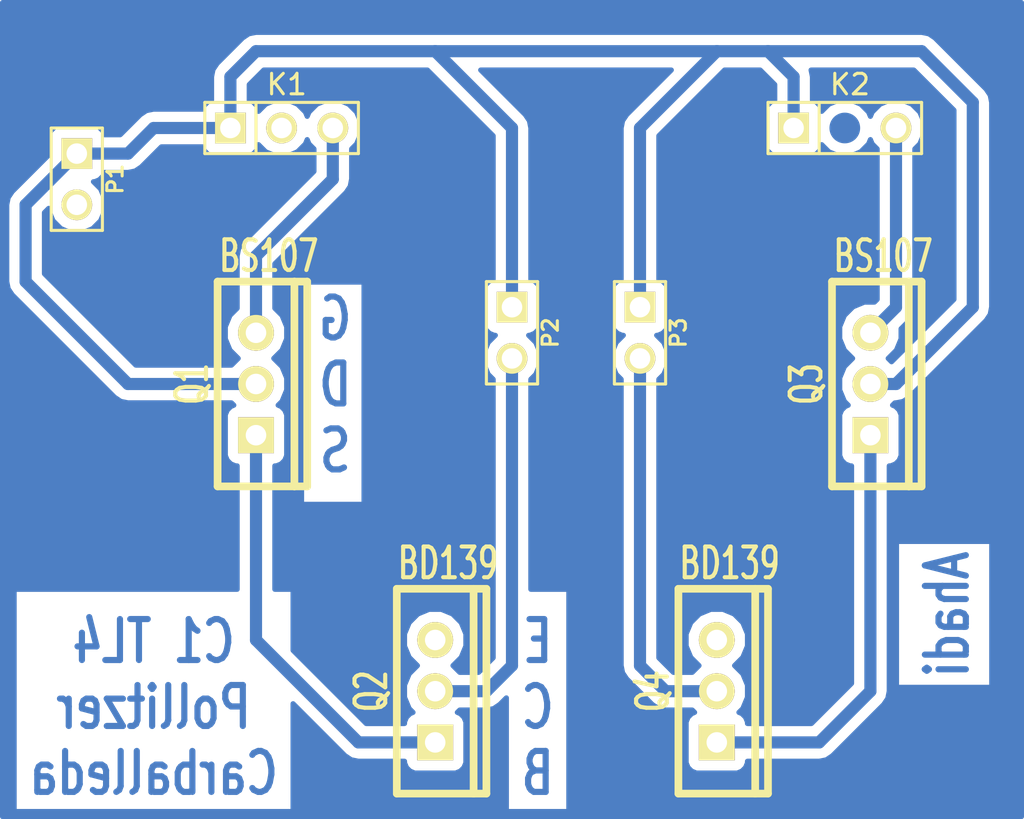
<source format=kicad_pcb>
(kicad_pcb (version 20160815) (host pcbnew "(2016-11-02 revision 941eeee)-master")

  (general
    (links 15)
    (no_connects 10)
    (area 166.37 41.91 217.170001 82.550001)
    (thickness 1.6002)
    (drawings 4)
    (tracks 41)
    (zones 0)
    (modules 9)
    (nets 10)
  )

  (page A4)
  (title_block
    (date "21 jul 2014")
  )

  (layers
    (0 Front signal)
    (31 Back signal)
    (32 B.Adhes user)
    (33 F.Adhes user)
    (34 B.Paste user)
    (35 F.Paste user)
    (36 B.SilkS user)
    (37 F.SilkS user)
    (38 B.Mask user)
    (39 F.Mask user)
    (40 Dwgs.User user)
    (41 Cmts.User user)
    (42 Eco1.User user)
    (43 Eco2.User user)
    (44 Edge.Cuts user)
  )

  (setup
    (last_trace_width 0.60198)
    (trace_clearance 0.254)
    (zone_clearance 0.508)
    (zone_45_only no)
    (trace_min 0.2032)
    (segment_width 0.381)
    (edge_width 0.381)
    (via_size 0.889)
    (via_drill 0.635)
    (via_min_size 0.889)
    (via_min_drill 0.508)
    (uvia_size 0.508)
    (uvia_drill 0.127)
    (uvias_allowed no)
    (uvia_min_size 0.508)
    (uvia_min_drill 0.127)
    (pcb_text_width 0.3048)
    (pcb_text_size 1.524 2.032)
    (mod_edge_width 0.381)
    (mod_text_size 1.524 1.524)
    (mod_text_width 0.3048)
    (pad_size 1.524 1.524)
    (pad_drill 0)
    (pad_to_mask_clearance 0.254)
    (aux_axis_origin 0 0)
    (visible_elements FFFFFF7F)
    (pcbplotparams
      (layerselection 0x00030_ffffffff)
      (usegerberextensions true)
      (excludeedgelayer false)
      (linewidth 0.150000)
      (plotframeref false)
      (viasonmask false)
      (mode 1)
      (useauxorigin false)
      (hpglpennumber 1)
      (hpglpenspeed 20)
      (hpglpendiameter 15)
      (psnegative false)
      (psa4output false)
      (plotreference false)
      (plotvalue false)
      (plotinvisibletext false)
      (padsonsilk false)
      (subtractmaskfromsilk false)
      (outputformat 2)
      (mirror false)
      (drillshape 1)
      (scaleselection 1)
      (outputdirectory ""))
  )

  (net 0 "")
  (net 1 N-000001)
  (net 2 N-000002)
  (net 3 N-000003)
  (net 4 N-000004)
  (net 5 N-000005)
  (net 6 N-000006)
  (net 7 N-000007)
  (net 8 N-000008)
  (net 9 N-000009)

  (net_class Default "This is the default net class."
    (clearance 0.254)
    (trace_width 0.60198)
    (via_dia 0.889)
    (via_drill 0.635)
    (uvia_dia 0.508)
    (uvia_drill 0.127)
    (diff_pair_gap 0.25)
    (diff_pair_width 0.2)
    (add_net N-000001)
    (add_net N-000002)
    (add_net N-000003)
    (add_net N-000004)
    (add_net N-000005)
    (add_net N-000006)
    (add_net N-000007)
    (add_net N-000008)
    (add_net N-000009)
  )

  (module TO220_VERT (layer Front) (tedit 43A66C96) (tstamp 53CD77CB)
    (at 179.07 60.96)
    (descr "Regulateur TO220 serie LM78xx")
    (tags "TR TO220")
    (path /53CD706D)
    (fp_text reference Q1 (at -3.175 0 90) (layer F.SilkS)
      (effects (font (size 1.524 1.016) (thickness 0.2032)))
    )
    (fp_text value BS107 (at 0.635 -6.35) (layer F.SilkS)
      (effects (font (size 1.524 1.016) (thickness 0.2032)))
    )
    (fp_line (start 1.905 -5.08) (end 2.54 -5.08) (layer F.SilkS) (width 0.381))
    (fp_line (start 2.54 -5.08) (end 2.54 5.08) (layer F.SilkS) (width 0.381))
    (fp_line (start 2.54 5.08) (end 1.905 5.08) (layer F.SilkS) (width 0.381))
    (fp_line (start -1.905 -5.08) (end 1.905 -5.08) (layer F.SilkS) (width 0.381))
    (fp_line (start 1.905 -5.08) (end 1.905 5.08) (layer F.SilkS) (width 0.381))
    (fp_line (start 1.905 5.08) (end -1.905 5.08) (layer F.SilkS) (width 0.381))
    (fp_line (start -1.905 5.08) (end -1.905 -5.08) (layer F.SilkS) (width 0.381))
    (pad 2 thru_hole circle (at 0 -2.54) (size 1.778 1.778) (drill 1.016) (layers *.Cu *.Mask F.SilkS)
      (net 8 N-000008))
    (pad 3 thru_hole circle (at 0 0) (size 1.778 1.778) (drill 1.016) (layers *.Cu *.Mask F.SilkS)
      (net 9 N-000009))
    (pad 1 thru_hole rect (at 0 2.54) (size 1.778 1.778) (drill 1.016) (layers *.Cu *.Mask F.SilkS)
      (net 5 N-000005))
  )

  (module TO220_VERT (layer Front) (tedit 43A66C96) (tstamp 53CD77CD)
    (at 187.96 76.2)
    (descr "Regulateur TO220 serie LM78xx")
    (tags "TR TO220")
    (path /53CD7165)
    (fp_text reference Q2 (at -3.175 0 90) (layer F.SilkS)
      (effects (font (size 1.524 1.016) (thickness 0.2032)))
    )
    (fp_text value BD139 (at 0.635 -6.35) (layer F.SilkS)
      (effects (font (size 1.524 1.016) (thickness 0.2032)))
    )
    (fp_line (start 1.905 -5.08) (end 2.54 -5.08) (layer F.SilkS) (width 0.381))
    (fp_line (start 2.54 -5.08) (end 2.54 5.08) (layer F.SilkS) (width 0.381))
    (fp_line (start 2.54 5.08) (end 1.905 5.08) (layer F.SilkS) (width 0.381))
    (fp_line (start -1.905 -5.08) (end 1.905 -5.08) (layer F.SilkS) (width 0.381))
    (fp_line (start 1.905 -5.08) (end 1.905 5.08) (layer F.SilkS) (width 0.381))
    (fp_line (start 1.905 5.08) (end -1.905 5.08) (layer F.SilkS) (width 0.381))
    (fp_line (start -1.905 5.08) (end -1.905 -5.08) (layer F.SilkS) (width 0.381))
    (pad 2 thru_hole circle (at 0 -2.54) (size 1.778 1.778) (drill 1.016) (layers *.Cu *.Mask F.SilkS)
      (net 7 N-000007))
    (pad 3 thru_hole circle (at 0 0) (size 1.778 1.778) (drill 1.016) (layers *.Cu *.Mask F.SilkS)
      (net 9 N-000009))
    (pad 1 thru_hole rect (at 0 2.54) (size 1.778 1.778) (drill 1.016) (layers *.Cu *.Mask F.SilkS)
      (net 6 N-000006))
  )

  (module TO220_VERT (layer Front) (tedit 43A66C96) (tstamp 53CD77CF)
    (at 209.55 60.96)
    (descr "Regulateur TO220 serie LM78xx")
    (tags "TR TO220")
    (path /53CD7330)
    (fp_text reference Q3 (at -3.175 0 90) (layer F.SilkS)
      (effects (font (size 1.524 1.016) (thickness 0.2032)))
    )
    (fp_text value BS107 (at 0.635 -6.35) (layer F.SilkS)
      (effects (font (size 1.524 1.016) (thickness 0.2032)))
    )
    (fp_line (start 1.905 -5.08) (end 2.54 -5.08) (layer F.SilkS) (width 0.381))
    (fp_line (start 2.54 -5.08) (end 2.54 5.08) (layer F.SilkS) (width 0.381))
    (fp_line (start 2.54 5.08) (end 1.905 5.08) (layer F.SilkS) (width 0.381))
    (fp_line (start -1.905 -5.08) (end 1.905 -5.08) (layer F.SilkS) (width 0.381))
    (fp_line (start 1.905 -5.08) (end 1.905 5.08) (layer F.SilkS) (width 0.381))
    (fp_line (start 1.905 5.08) (end -1.905 5.08) (layer F.SilkS) (width 0.381))
    (fp_line (start -1.905 5.08) (end -1.905 -5.08) (layer F.SilkS) (width 0.381))
    (pad 2 thru_hole circle (at 0 -2.54) (size 1.778 1.778) (drill 1.016) (layers *.Cu *.Mask F.SilkS)
      (net 2 N-000002))
    (pad 3 thru_hole circle (at 0 0) (size 1.778 1.778) (drill 1.016) (layers *.Cu *.Mask F.SilkS)
      (net 4 N-000004))
    (pad 1 thru_hole rect (at 0 2.54) (size 1.778 1.778) (drill 1.016) (layers *.Cu *.Mask F.SilkS)
      (net 5 N-000005))
  )

  (module TO220_VERT (layer Front) (tedit 43A66C96) (tstamp 53CD77D1)
    (at 201.93 76.2)
    (descr "Regulateur TO220 serie LM78xx")
    (tags "TR TO220")
    (path /53CD733A)
    (fp_text reference Q4 (at -3.175 0 90) (layer F.SilkS)
      (effects (font (size 1.524 1.016) (thickness 0.2032)))
    )
    (fp_text value BD139 (at 0.635 -6.35) (layer F.SilkS)
      (effects (font (size 1.524 1.016) (thickness 0.2032)))
    )
    (fp_line (start 1.905 -5.08) (end 2.54 -5.08) (layer F.SilkS) (width 0.381))
    (fp_line (start 2.54 -5.08) (end 2.54 5.08) (layer F.SilkS) (width 0.381))
    (fp_line (start 2.54 5.08) (end 1.905 5.08) (layer F.SilkS) (width 0.381))
    (fp_line (start -1.905 -5.08) (end 1.905 -5.08) (layer F.SilkS) (width 0.381))
    (fp_line (start 1.905 -5.08) (end 1.905 5.08) (layer F.SilkS) (width 0.381))
    (fp_line (start 1.905 5.08) (end -1.905 5.08) (layer F.SilkS) (width 0.381))
    (fp_line (start -1.905 5.08) (end -1.905 -5.08) (layer F.SilkS) (width 0.381))
    (pad 2 thru_hole circle (at 0 -2.54) (size 1.778 1.778) (drill 1.016) (layers *.Cu *.Mask F.SilkS)
      (net 1 N-000001))
    (pad 3 thru_hole circle (at 0 0) (size 1.778 1.778) (drill 1.016) (layers *.Cu *.Mask F.SilkS)
      (net 4 N-000004))
    (pad 1 thru_hole rect (at 0 2.54) (size 1.778 1.778) (drill 1.016) (layers *.Cu *.Mask F.SilkS)
      (net 3 N-000003))
  )

  (module PIN_ARRAY_3X1 (layer Front) (tedit 4C1130E0) (tstamp 53CD77D2)
    (at 180.34 48.26)
    (descr "Connecteur 3 pins")
    (tags "CONN DEV")
    (path /53CD721D)
    (fp_text reference K1 (at 0.254 -2.159) (layer F.SilkS)
      (effects (font (size 1.016 1.016) (thickness 0.1524)))
    )
    (fp_text value CONN_3 (at 0 -2.159) (layer F.SilkS) hide
      (effects (font (size 1.016 1.016) (thickness 0.1524)))
    )
    (fp_line (start -3.81 1.27) (end -3.81 -1.27) (layer F.SilkS) (width 0.1524))
    (fp_line (start -3.81 -1.27) (end 3.81 -1.27) (layer F.SilkS) (width 0.1524))
    (fp_line (start 3.81 -1.27) (end 3.81 1.27) (layer F.SilkS) (width 0.1524))
    (fp_line (start 3.81 1.27) (end -3.81 1.27) (layer F.SilkS) (width 0.1524))
    (fp_line (start -1.27 -1.27) (end -1.27 1.27) (layer F.SilkS) (width 0.1524))
    (pad 1 thru_hole rect (at -2.54 0) (size 1.524 1.524) (drill 1.016) (layers *.Cu *.Mask F.SilkS)
      (net 5 N-000005))
    (pad 2 thru_hole circle (at 0 0) (size 1.524 1.524) (drill 1.016) (layers *.Cu *.Mask F.SilkS)
      (net 6 N-000006))
    (pad 3 thru_hole circle (at 2.54 0) (size 1.524 1.524) (drill 1.016) (layers *.Cu *.Mask F.SilkS)
      (net 8 N-000008))
    (model pin_array/pins_array_3x1.wrl
      (at (xyz 0 0 0))
      (scale (xyz 1 1 1))
      (rotate (xyz 0 0 0))
    )
  )

  (module PIN_ARRAY_3X1 (layer Front) (tedit 53CD8608) (tstamp 53CD77D4)
    (at 208.28 48.26)
    (descr "Connecteur 3 pins")
    (tags "CONN DEV")
    (path /53CD7340)
    (fp_text reference K2 (at 0.254 -2.159) (layer F.SilkS)
      (effects (font (size 1.016 1.016) (thickness 0.1524)))
    )
    (fp_text value CONN_3 (at 0 -2.159) (layer F.SilkS) hide
      (effects (font (size 1.016 1.016) (thickness 0.1524)))
    )
    (fp_line (start -3.81 1.27) (end -3.81 -1.27) (layer F.SilkS) (width 0.1524))
    (fp_line (start -3.81 -1.27) (end 3.81 -1.27) (layer F.SilkS) (width 0.1524))
    (fp_line (start 3.81 -1.27) (end 3.81 1.27) (layer F.SilkS) (width 0.1524))
    (fp_line (start 3.81 1.27) (end -3.81 1.27) (layer F.SilkS) (width 0.1524))
    (fp_line (start -1.27 -1.27) (end -1.27 1.27) (layer F.SilkS) (width 0.1524))
    (pad 1 thru_hole rect (at -2.54 0) (size 1.524 1.524) (drill 1.016) (layers *.Cu *.Mask F.SilkS)
      (net 5 N-000005))
    (pad 2 connect circle (at 0 0) (size 1.524 1.524) (layers Back)
      (net 3 N-000003))
    (pad 3 thru_hole circle (at 2.54 0) (size 1.524 1.524) (drill 1.016) (layers *.Cu *.Mask F.SilkS)
      (net 2 N-000002))
    (model pin_array/pins_array_3x1.wrl
      (at (xyz 0 0 0))
      (scale (xyz 1 1 1))
      (rotate (xyz 0 0 0))
    )
  )

  (module PIN_ARRAY_2X1 (layer Front) (tedit 4565C520) (tstamp 53CD77D5)
    (at 170.18 50.8 270)
    (descr "Connecteurs 2 pins")
    (tags "CONN DEV")
    (path /53CD7191)
    (fp_text reference P1 (at 0 -1.905 270) (layer F.SilkS)
      (effects (font (size 0.762 0.762) (thickness 0.1524)))
    )
    (fp_text value CONN_2 (at 0 -1.905 270) (layer F.SilkS) hide
      (effects (font (size 0.762 0.762) (thickness 0.1524)))
    )
    (fp_line (start -2.54 1.27) (end -2.54 -1.27) (layer F.SilkS) (width 0.1524))
    (fp_line (start -2.54 -1.27) (end 2.54 -1.27) (layer F.SilkS) (width 0.1524))
    (fp_line (start 2.54 -1.27) (end 2.54 1.27) (layer F.SilkS) (width 0.1524))
    (fp_line (start 2.54 1.27) (end -2.54 1.27) (layer F.SilkS) (width 0.1524))
    (pad 1 thru_hole rect (at -1.27 0 270) (size 1.524 1.524) (drill 1.016) (layers *.Cu *.Mask F.SilkS)
      (net 5 N-000005))
    (pad 2 thru_hole circle (at 1.27 0 270) (size 1.524 1.524) (drill 1.016) (layers *.Cu *.Mask F.SilkS)
      (net 6 N-000006))
    (model pin_array/pins_array_2x1.wrl
      (at (xyz 0 0 0))
      (scale (xyz 1 1 1))
      (rotate (xyz 0 0 0))
    )
  )

  (module PIN_ARRAY_2X1 (layer Front) (tedit 4565C520) (tstamp 53CD78BC)
    (at 191.77 58.42 270)
    (descr "Connecteurs 2 pins")
    (tags "CONN DEV")
    (path /53CD71A4)
    (fp_text reference P2 (at 0 -1.905 270) (layer F.SilkS)
      (effects (font (size 0.762 0.762) (thickness 0.1524)))
    )
    (fp_text value CONN_2 (at 0 -1.905 270) (layer F.SilkS) hide
      (effects (font (size 0.762 0.762) (thickness 0.1524)))
    )
    (fp_line (start -2.54 1.27) (end -2.54 -1.27) (layer F.SilkS) (width 0.1524))
    (fp_line (start -2.54 -1.27) (end 2.54 -1.27) (layer F.SilkS) (width 0.1524))
    (fp_line (start 2.54 -1.27) (end 2.54 1.27) (layer F.SilkS) (width 0.1524))
    (fp_line (start 2.54 1.27) (end -2.54 1.27) (layer F.SilkS) (width 0.1524))
    (pad 1 thru_hole rect (at -1.27 0 270) (size 1.524 1.524) (drill 1.016) (layers *.Cu *.Mask F.SilkS)
      (net 5 N-000005))
    (pad 2 thru_hole circle (at 1.27 0 270) (size 1.524 1.524) (drill 1.016) (layers *.Cu *.Mask F.SilkS)
      (net 7 N-000007))
    (model pin_array/pins_array_2x1.wrl
      (at (xyz 0 0 0))
      (scale (xyz 1 1 1))
      (rotate (xyz 0 0 0))
    )
  )

  (module PIN_ARRAY_2X1 (layer Front) (tedit 4565C520) (tstamp 53CD77D9)
    (at 198.12 58.42 270)
    (descr "Connecteurs 2 pins")
    (tags "CONN DEV")
    (path /53CD7336)
    (fp_text reference P3 (at 0 -1.905 270) (layer F.SilkS)
      (effects (font (size 0.762 0.762) (thickness 0.1524)))
    )
    (fp_text value CONN_2 (at 0 -1.905 270) (layer F.SilkS) hide
      (effects (font (size 0.762 0.762) (thickness 0.1524)))
    )
    (fp_line (start -2.54 1.27) (end -2.54 -1.27) (layer F.SilkS) (width 0.1524))
    (fp_line (start -2.54 -1.27) (end 2.54 -1.27) (layer F.SilkS) (width 0.1524))
    (fp_line (start 2.54 -1.27) (end 2.54 1.27) (layer F.SilkS) (width 0.1524))
    (fp_line (start 2.54 1.27) (end -2.54 1.27) (layer F.SilkS) (width 0.1524))
    (pad 1 thru_hole rect (at -1.27 0 270) (size 1.524 1.524) (drill 1.016) (layers *.Cu *.Mask F.SilkS)
      (net 5 N-000005))
    (pad 2 thru_hole circle (at 1.27 0 270) (size 1.524 1.524) (drill 1.016) (layers *.Cu *.Mask F.SilkS)
      (net 1 N-000001))
    (model pin_array/pins_array_2x1.wrl
      (at (xyz 0 0 0))
      (scale (xyz 1 1 1))
      (rotate (xyz 0 0 0))
    )
  )

  (gr_text Ahadi (at 213.36 72.39 90) (layer Back)
    (effects (font (size 2.032 1.524) (thickness 0.3048)) (justify mirror))
  )
  (gr_text "C1 TL4\nPollitzer\nCarballeda" (at 173.99 77) (layer Back)
    (effects (font (size 2.032 1.524) (thickness 0.3048)) (justify mirror))
  )
  (gr_text "E\nC\nB" (at 193.04 77) (layer Back)
    (effects (font (size 2.032 1.524) (thickness 0.3048)) (justify mirror))
  )
  (gr_text "G\nD\nS" (at 183 61) (layer Back)
    (effects (font (size 2.032 1.524) (thickness 0.3048)) (justify mirror))
  )

  (segment (start 198.12 59.69) (end 198.12 74.93) (width 0.60198) (layer Back) (net 1))
  (segment (start 198.12 74.93) (end 199.39 76.2) (width 0.60198) (layer Back) (net 1))
  (segment (start 210.82 48.26) (end 210.82 57.15) (width 0.60198) (layer Back) (net 2))
  (segment (start 210.82 57.15) (end 209.55 58.42) (width 0.60198) (layer Back) (net 2))
  (segment (start 207.01 78.74) (end 209.55 76.2) (width 0.60198) (layer Back) (net 3))
  (segment (start 201.93 78.74) (end 207.01 78.74) (width 0.60198) (layer Back) (net 3))
  (segment (start 214.63 57.15) (end 210.82 60.96) (width 0.60198) (layer Back) (net 4))
  (segment (start 210.82 60.96) (end 209.55 60.96) (width 0.60198) (layer Back) (net 4))
  (segment (start 212.09 44.45) (end 214.63 46.99) (width 0.60198) (layer Back) (net 4))
  (segment (start 214.63 46.99) (end 214.63 57.15) (width 0.60198) (layer Back) (net 4))
  (segment (start 199.39 76.2) (end 201.93 76.2) (width 0.60198) (layer Back) (net 4))
  (segment (start 204.47 44.45) (end 212.09 44.45) (width 0.60198) (layer Back) (net 4))
  (segment (start 204.47 44.45) (end 205.74 45.72) (width 0.60198) (layer Back) (net 4))
  (segment (start 170.18 49.53) (end 172.72 49.53) (width 0.60198) (layer Back) (net 5))
  (segment (start 173.99 48.26) (end 177.8 48.26) (width 0.60198) (layer Back) (net 5))
  (segment (start 172.72 49.53) (end 173.99 48.26) (width 0.60198) (layer Back) (net 5))
  (segment (start 167.64 52.07) (end 170.18 49.53) (width 0.60198) (layer Back) (net 5))
  (segment (start 191.77 48.26) (end 187.96 44.45) (width 0.60198) (layer Back) (net 5))
  (segment (start 191.77 57.15) (end 191.77 48.26) (width 0.60198) (layer Back) (net 5))
  (segment (start 198.12 48.26) (end 201.93 44.45) (width 0.60198) (layer Back) (net 5))
  (segment (start 198.12 57.15) (end 198.12 48.26) (width 0.60198) (layer Back) (net 5))
  (segment (start 177.8 45.72) (end 179.07 44.45) (width 0.60198) (layer Back) (net 5))
  (segment (start 179.07 73.66) (end 184.15 78.74) (width 0.60198) (layer Back) (net 5))
  (segment (start 179.07 63.5) (end 179.07 73.66) (width 0.60198) (layer Back) (net 5))
  (segment (start 209.55 76.2) (end 209.55 63.5) (width 0.60198) (layer Back) (net 5))
  (segment (start 205.74 45.72) (end 205.74 48.26) (width 0.60198) (layer Back) (net 5))
  (segment (start 201.93 44.45) (end 204.47 44.45) (width 0.60198) (layer Back) (net 5))
  (segment (start 187.96 44.45) (end 201.93 44.45) (width 0.60198) (layer Back) (net 5))
  (segment (start 179.07 44.45) (end 187.96 44.45) (width 0.60198) (layer Back) (net 5))
  (segment (start 167.64 55.88) (end 167.64 52.07) (width 0.60198) (layer Back) (net 5))
  (segment (start 177.8 48.26) (end 177.8 45.72) (width 0.60198) (layer Back) (net 5))
  (segment (start 172.72 60.96) (end 167.64 55.88) (width 0.60198) (layer Back) (net 5))
  (segment (start 184.15 78.74) (end 187.96 78.74) (width 0.60198) (layer Back) (net 6))
  (segment (start 191.77 74.93) (end 190.5 76.2) (width 0.60198) (layer Back) (net 7))
  (segment (start 191.77 59.69) (end 191.77 74.93) (width 0.60198) (layer Back) (net 7))
  (segment (start 182.88 48.26) (end 182.88 49.53) (width 0.60198) (layer Back) (net 8))
  (segment (start 179.07 54.61) (end 179.07 58.42) (width 0.60198) (layer Back) (net 8))
  (segment (start 182.88 50.8) (end 179.07 54.61) (width 0.60198) (layer Back) (net 8))
  (segment (start 182.88 49.53) (end 182.88 50.8) (width 0.60198) (layer Back) (net 8))
  (segment (start 179.07 60.96) (end 172.72 60.96) (width 0.60198) (layer Back) (net 9))
  (segment (start 190.5 76.2) (end 187.96 76.2) (width 0.60198) (layer Back) (net 9))

  (zone (net 0) (net_name "") (layer Back) (tstamp 53CD82D7) (hatch edge 0.508)
    (connect_pads (clearance 0.508))
    (min_thickness 0.254)
    (fill (arc_segments 16) (thermal_gap 0.508) (thermal_bridge_width 0.508))
    (polygon
      (pts
        (xy 217.17 82.55) (xy 217.17 41.91) (xy 166.37 41.91) (xy 166.37 82.55)
      )
    )
    (filled_polygon
      (pts
        (xy 181.94528 50.41392) (xy 178.4096 53.9496) (xy 178.2064 54.25186) (xy 178.13528 54.61) (xy 178.13528 57.20334)
        (xy 177.77968 57.55894) (xy 177.54854 58.11774) (xy 177.54854 58.72226) (xy 177.77968 59.28106) (xy 178.18862 59.69)
        (xy 177.85334 60.02528) (xy 173.10608 60.02528) (xy 168.57472 55.49138) (xy 168.57472 52.45608) (xy 168.78554 52.24526)
        (xy 168.78554 52.34686) (xy 168.9989 52.85994) (xy 169.39006 53.2511) (xy 169.90314 53.46446) (xy 170.45686 53.46446)
        (xy 170.96994 53.2511) (xy 171.3611 52.85994) (xy 171.57446 52.34686) (xy 171.57446 51.79314) (xy 171.3611 51.28006)
        (xy 171.0055 50.92446) (xy 171.06646 50.92446) (xy 171.30014 50.82794) (xy 171.47794 50.65014) (xy 171.55414 50.46472)
        (xy 172.72 50.46472) (xy 173.07814 50.3936) (xy 173.3804 50.1904) (xy 174.37608 49.19472) (xy 176.42332 49.19472)
        (xy 176.50206 49.38014) (xy 176.67986 49.55794) (xy 176.911 49.65446) (xy 177.16246 49.65446) (xy 178.68646 49.65446)
        (xy 178.92014 49.55794) (xy 179.09794 49.38014) (xy 179.19446 49.149) (xy 179.19446 49.0855) (xy 179.55006 49.4411)
        (xy 180.06314 49.65446) (xy 180.61686 49.65446) (xy 181.12994 49.4411) (xy 181.5211 49.04994) (xy 181.61 48.83404)
        (xy 181.6989 49.04994) (xy 181.94528 49.29632) (xy 181.94528 49.53) (xy 181.94528 50.41392)
      )
    )
    (filled_polygon
      (pts
        (xy 190.9445 58.54446) (xy 190.5889 58.90006) (xy 190.37554 59.41314) (xy 190.37554 59.96686) (xy 190.5889 60.47994)
        (xy 190.83528 60.72632) (xy 190.83528 74.54392) (xy 190.11392 75.26528) (xy 189.17666 75.26528) (xy 188.84138 74.93)
        (xy 189.25032 74.52106) (xy 189.48146 73.96226) (xy 189.48146 73.35774) (xy 189.25032 72.79894) (xy 188.82106 72.36968)
        (xy 188.26226 72.13854) (xy 187.65774 72.13854) (xy 187.09894 72.36968) (xy 186.66968 72.79894) (xy 186.43854 73.35774)
        (xy 186.43854 73.96226) (xy 186.66968 74.52106) (xy 187.07862 74.93) (xy 186.66968 75.33894) (xy 186.43854 75.89774)
        (xy 186.43854 76.50226) (xy 186.66968 77.06106) (xy 186.86018 77.25156) (xy 186.71286 77.31506) (xy 186.53506 77.49286)
        (xy 186.43854 77.724) (xy 186.43854 77.80528) (xy 184.53608 77.80528) (xy 184.4294 77.69606) (xy 184.4294 66.929)
        (xy 184.4294 55.9054) (xy 181.3306 55.9054) (xy 181.3306 66.929) (xy 184.4294 66.929) (xy 184.4294 77.69606)
        (xy 180.90896 74.17562) (xy 180.90896 71.1454) (xy 180.00472 71.1454) (xy 180.00472 65.02146) (xy 180.08346 65.02146)
        (xy 180.31714 64.92494) (xy 180.49494 64.74714) (xy 180.59146 64.516) (xy 180.59146 64.26454) (xy 180.59146 62.48654)
        (xy 180.49494 62.25286) (xy 180.31714 62.07506) (xy 180.16728 62.01156) (xy 180.36032 61.82106) (xy 180.59146 61.26226)
        (xy 180.59146 60.65774) (xy 180.36032 60.09894) (xy 179.95138 59.69) (xy 180.36032 59.28106) (xy 180.59146 58.72226)
        (xy 180.59146 58.11774) (xy 180.36032 57.55894) (xy 180.00472 57.20334) (xy 180.00472 54.99608) (xy 183.5404 51.4604)
        (xy 183.7436 51.15814) (xy 183.81218 50.8) (xy 183.81472 50.8) (xy 183.81472 49.53) (xy 183.81472 49.29632)
        (xy 184.0611 49.04994) (xy 184.27446 48.53686) (xy 184.27446 47.98314) (xy 184.0611 47.47006) (xy 183.66994 47.0789)
        (xy 183.15686 46.86554) (xy 182.60314 46.86554) (xy 182.09006 47.0789) (xy 181.6989 47.47006) (xy 181.61 47.68342)
        (xy 181.5211 47.47006) (xy 181.12994 47.0789) (xy 180.61686 46.86554) (xy 180.06314 46.86554) (xy 179.55006 47.0789)
        (xy 179.19446 47.4345) (xy 179.19446 47.37354) (xy 179.09794 47.13986) (xy 178.92014 46.96206) (xy 178.73472 46.88332)
        (xy 178.73472 46.10608) (xy 179.45608 45.38472) (xy 187.57392 45.38472) (xy 190.83528 48.64608) (xy 190.83528 55.77332)
        (xy 190.64986 55.85206) (xy 190.47206 56.02986) (xy 190.37554 56.261) (xy 190.37554 56.51246) (xy 190.37554 58.03646)
        (xy 190.47206 58.27014) (xy 190.64986 58.44794) (xy 190.881 58.54446) (xy 190.9445 58.54446)
      )
    )
    (filled_polygon
      (pts
        (xy 209.88528 56.76392) (xy 209.75066 56.89854) (xy 209.24774 56.89854) (xy 208.68894 57.12968) (xy 208.25968 57.55894)
        (xy 208.02854 58.11774) (xy 208.02854 58.72226) (xy 208.25968 59.28106) (xy 208.66862 59.69) (xy 208.25968 60.09894)
        (xy 208.02854 60.65774) (xy 208.02854 61.26226) (xy 208.25968 61.82106) (xy 208.45018 62.01156) (xy 208.30286 62.07506)
        (xy 208.12506 62.25286) (xy 208.02854 62.484) (xy 208.02854 62.73546) (xy 208.02854 64.51346) (xy 208.12506 64.74714)
        (xy 208.30286 64.92494) (xy 208.534 65.02146) (xy 208.61528 65.02146) (xy 208.61528 75.81392) (xy 206.62392 77.80528)
        (xy 203.45146 77.80528) (xy 203.45146 77.72654) (xy 203.35494 77.49286) (xy 203.17714 77.31506) (xy 203.02728 77.25156)
        (xy 203.22032 77.06106) (xy 203.45146 76.50226) (xy 203.45146 75.89774) (xy 203.22032 75.33894) (xy 202.81138 74.93)
        (xy 203.22032 74.52106) (xy 203.45146 73.96226) (xy 203.45146 73.35774) (xy 203.22032 72.79894) (xy 202.79106 72.36968)
        (xy 202.23226 72.13854) (xy 201.62774 72.13854) (xy 201.06894 72.36968) (xy 200.63968 72.79894) (xy 200.40854 73.35774)
        (xy 200.40854 73.96226) (xy 200.63968 74.52106) (xy 201.04862 74.93) (xy 200.71334 75.26528) (xy 199.77608 75.26528)
        (xy 199.05472 74.54392) (xy 199.05472 60.72632) (xy 199.3011 60.47994) (xy 199.51446 59.96686) (xy 199.51446 59.41314)
        (xy 199.3011 58.90006) (xy 198.9455 58.54446) (xy 199.00646 58.54446) (xy 199.24014 58.44794) (xy 199.41794 58.27014)
        (xy 199.51446 58.039) (xy 199.51446 57.78754) (xy 199.51446 56.26354) (xy 199.41794 56.02986) (xy 199.24014 55.85206)
        (xy 199.05472 55.77332) (xy 199.05472 48.64608) (xy 202.31608 45.38472) (xy 204.08392 45.38472) (xy 204.80528 46.10608)
        (xy 204.80528 46.88332) (xy 204.61986 46.96206) (xy 204.44206 47.13986) (xy 204.34554 47.371) (xy 204.34554 47.62246)
        (xy 204.34554 49.14646) (xy 204.44206 49.38014) (xy 204.61986 49.55794) (xy 204.851 49.65446) (xy 205.10246 49.65446)
        (xy 206.62646 49.65446) (xy 206.86014 49.55794) (xy 207.03794 49.38014) (xy 207.13446 49.149) (xy 207.13446 49.0855)
        (xy 207.49006 49.4411) (xy 208.00314 49.65446) (xy 208.55686 49.65446) (xy 209.06994 49.4411) (xy 209.4611 49.04994)
        (xy 209.55 48.83404) (xy 209.6389 49.04994) (xy 209.88528 49.29632) (xy 209.88528 56.76392)
      )
    )
    (filled_polygon
      (pts
        (xy 213.69528 56.76392) (xy 210.59902 59.85764) (xy 210.43138 59.69) (xy 210.84032 59.28106) (xy 211.07146 58.72226)
        (xy 211.07146 58.21934) (xy 211.4804 57.8104) (xy 211.6836 57.50814) (xy 211.75472 57.15) (xy 211.75472 49.29632)
        (xy 212.0011 49.04994) (xy 212.21446 48.53686) (xy 212.21446 47.98314) (xy 212.0011 47.47006) (xy 211.60994 47.0789)
        (xy 211.09686 46.86554) (xy 210.54314 46.86554) (xy 210.03006 47.0789) (xy 209.6389 47.47006) (xy 209.55 47.68342)
        (xy 209.4611 47.47006) (xy 209.06994 47.0789) (xy 208.55686 46.86554) (xy 208.00314 46.86554) (xy 207.49006 47.0789)
        (xy 207.13446 47.4345) (xy 207.13446 47.37354) (xy 207.03794 47.13986) (xy 206.86014 46.96206) (xy 206.67472 46.88332)
        (xy 206.67472 45.72) (xy 206.60614 45.38472) (xy 211.70392 45.38472) (xy 213.69528 47.37608) (xy 213.69528 56.76392)
      )
    )
    (filled_polygon
      (pts
        (xy 217.043 82.423) (xy 215.5698 82.423) (xy 215.5698 76.00696) (xy 215.5698 68.7705) (xy 215.56472 68.7705)
        (xy 215.56472 57.15) (xy 215.56472 46.99) (xy 215.4936 46.63186) (xy 215.2904 46.3296) (xy 212.7504 43.7896)
        (xy 212.44814 43.5864) (xy 212.09 43.51528) (xy 204.47 43.51528) (xy 201.93 43.51528) (xy 187.96 43.51528)
        (xy 179.07 43.51528) (xy 178.71186 43.5864) (xy 178.4096 43.7896) (xy 177.1396 45.0596) (xy 176.9364 45.36186)
        (xy 176.86528 45.72) (xy 176.86528 46.88332) (xy 176.67986 46.96206) (xy 176.50206 47.13986) (xy 176.42332 47.32528)
        (xy 173.99 47.32528) (xy 173.63186 47.3964) (xy 173.3296 47.5996) (xy 172.33392 48.59528) (xy 171.55414 48.59528)
        (xy 171.47794 48.40986) (xy 171.30014 48.23206) (xy 171.069 48.13554) (xy 170.81754 48.13554) (xy 169.29354 48.13554)
        (xy 169.05986 48.23206) (xy 168.88206 48.40986) (xy 168.78554 48.641) (xy 168.78554 48.89246) (xy 168.78554 49.60366)
        (xy 166.9796 51.4096) (xy 166.7764 51.71186) (xy 166.70528 52.07) (xy 166.70528 55.88) (xy 166.7764 56.23814)
        (xy 166.9796 56.5404) (xy 172.05706 61.6204) (xy 172.0596 61.6204) (xy 172.36186 61.8236) (xy 172.72 61.89472)
        (xy 177.85334 61.89472) (xy 177.97018 62.01156) (xy 177.82286 62.07506) (xy 177.64506 62.25286) (xy 177.54854 62.484)
        (xy 177.54854 62.73546) (xy 177.54854 64.51346) (xy 177.64506 64.74714) (xy 177.82286 64.92494) (xy 178.054 65.02146)
        (xy 178.13528 65.02146) (xy 178.13528 71.1454) (xy 167.07104 71.1454) (xy 167.07104 82.169) (xy 180.90896 82.169)
        (xy 180.90896 76.81976) (xy 183.48706 79.4004) (xy 183.4896 79.4004) (xy 183.79186 79.6036) (xy 184.15 79.67472)
        (xy 186.43854 79.67472) (xy 186.43854 79.75346) (xy 186.53506 79.98714) (xy 186.71286 80.16494) (xy 186.944 80.26146)
        (xy 187.19546 80.26146) (xy 188.97346 80.26146) (xy 189.20714 80.16494) (xy 189.38494 79.98714) (xy 189.48146 79.756)
        (xy 189.48146 79.50454) (xy 189.48146 77.72654) (xy 189.38494 77.49286) (xy 189.20714 77.31506) (xy 189.05728 77.25156)
        (xy 189.17666 77.13472) (xy 190.5 77.13472) (xy 190.85814 77.0636) (xy 191.1604 76.8604) (xy 191.4906 76.5302)
        (xy 191.4906 82.169) (xy 194.5894 82.169) (xy 194.5894 71.1454) (xy 192.70472 71.1454) (xy 192.70472 60.72632)
        (xy 192.9511 60.47994) (xy 193.16446 59.96686) (xy 193.16446 59.41314) (xy 192.9511 58.90006) (xy 192.5955 58.54446)
        (xy 192.65646 58.54446) (xy 192.89014 58.44794) (xy 193.06794 58.27014) (xy 193.16446 58.039) (xy 193.16446 57.78754)
        (xy 193.16446 56.26354) (xy 193.06794 56.02986) (xy 192.89014 55.85206) (xy 192.70472 55.77332) (xy 192.70472 48.26)
        (xy 192.6336 47.90186) (xy 192.4304 47.5996) (xy 190.21552 45.38472) (xy 199.67448 45.38472) (xy 197.4596 47.5996)
        (xy 197.2564 47.90186) (xy 197.18528 48.26) (xy 197.18528 55.77332) (xy 196.99986 55.85206) (xy 196.82206 56.02986)
        (xy 196.72554 56.261) (xy 196.72554 56.51246) (xy 196.72554 58.03646) (xy 196.82206 58.27014) (xy 196.99986 58.44794)
        (xy 197.231 58.54446) (xy 197.2945 58.54446) (xy 196.9389 58.90006) (xy 196.72554 59.41314) (xy 196.72554 59.96686)
        (xy 196.9389 60.47994) (xy 197.18528 60.72632) (xy 197.18528 74.93) (xy 197.2564 75.28814) (xy 197.4596 75.5904)
        (xy 198.7296 76.8604) (xy 199.03186 77.0636) (xy 199.39 77.13472) (xy 200.71334 77.13472) (xy 200.83018 77.25156)
        (xy 200.68286 77.31506) (xy 200.50506 77.49286) (xy 200.40854 77.724) (xy 200.40854 77.97546) (xy 200.40854 79.75346)
        (xy 200.50506 79.98714) (xy 200.68286 80.16494) (xy 200.914 80.26146) (xy 201.16546 80.26146) (xy 202.94346 80.26146)
        (xy 203.17714 80.16494) (xy 203.35494 79.98714) (xy 203.45146 79.756) (xy 203.45146 79.67472) (xy 207.01 79.67472)
        (xy 207.36814 79.6036) (xy 207.6704 79.4004) (xy 210.2104 76.8604) (xy 210.4136 76.55814) (xy 210.48472 76.2)
        (xy 210.48472 65.02146) (xy 210.56346 65.02146) (xy 210.79714 64.92494) (xy 210.97494 64.74714) (xy 211.07146 64.516)
        (xy 211.07146 64.26454) (xy 211.07146 62.48654) (xy 210.97494 62.25286) (xy 210.79714 62.07506) (xy 210.64728 62.01156)
        (xy 210.76666 61.89472) (xy 210.82 61.89472) (xy 211.17814 61.8236) (xy 211.4804 61.6204) (xy 215.2904 57.8104)
        (xy 215.4936 57.50814) (xy 215.56218 57.15) (xy 215.56472 57.15) (xy 215.56472 68.7705) (xy 210.8454 68.7705)
        (xy 210.8454 76.00696) (xy 215.5698 76.00696) (xy 215.5698 82.423) (xy 166.497 82.423) (xy 166.497 42.037)
        (xy 217.043 42.037) (xy 217.043 82.423)
      )
    )
  )
)

</source>
